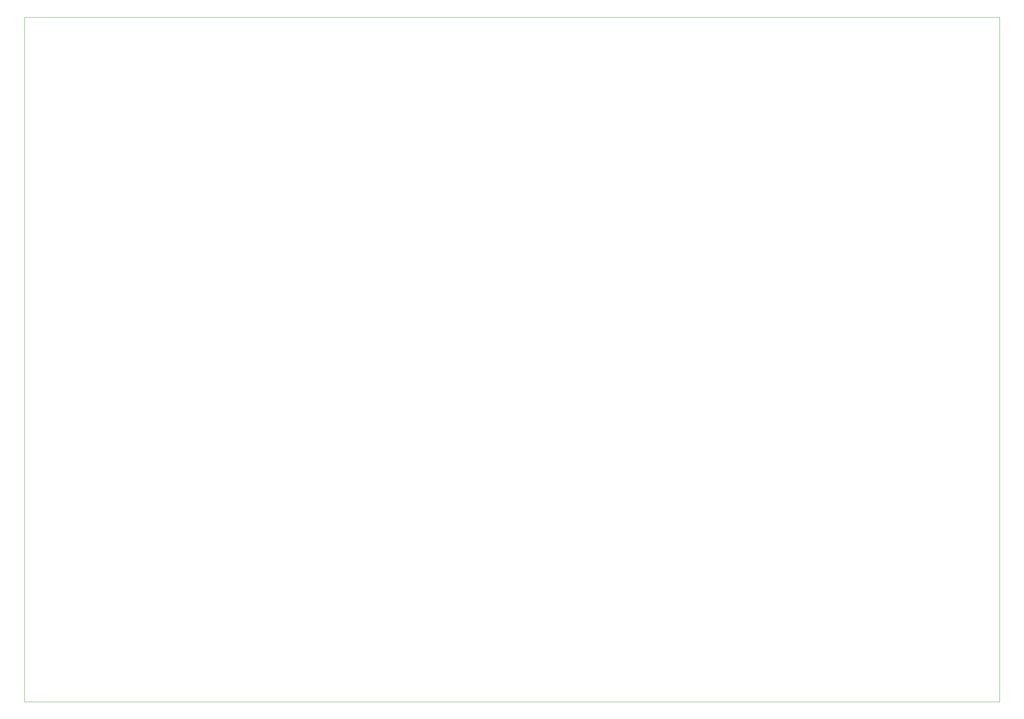
<source format=gm1>
G04 #@! TF.GenerationSoftware,KiCad,Pcbnew,7.0.10*
G04 #@! TF.CreationDate,2024-06-25T17:36:47-05:00*
G04 #@! TF.ProjectId,DMClockPanel,444d436c-6f63-46b5-9061-6e656c2e6b69,rev?*
G04 #@! TF.SameCoordinates,Original*
G04 #@! TF.FileFunction,Profile,NP*
%FSLAX46Y46*%
G04 Gerber Fmt 4.6, Leading zero omitted, Abs format (unit mm)*
G04 Created by KiCad (PCBNEW 7.0.10) date 2024-06-25 17:36:47*
%MOMM*%
%LPD*%
G01*
G04 APERTURE LIST*
G04 #@! TA.AperFunction,Profile*
%ADD10C,0.100000*%
G04 #@! TD*
G04 APERTURE END LIST*
D10*
X21680805Y-12393203D02*
X261350000Y-12393203D01*
X261350000Y-180660000D01*
X21680805Y-180660000D01*
X21680805Y-12393203D01*
M02*

</source>
